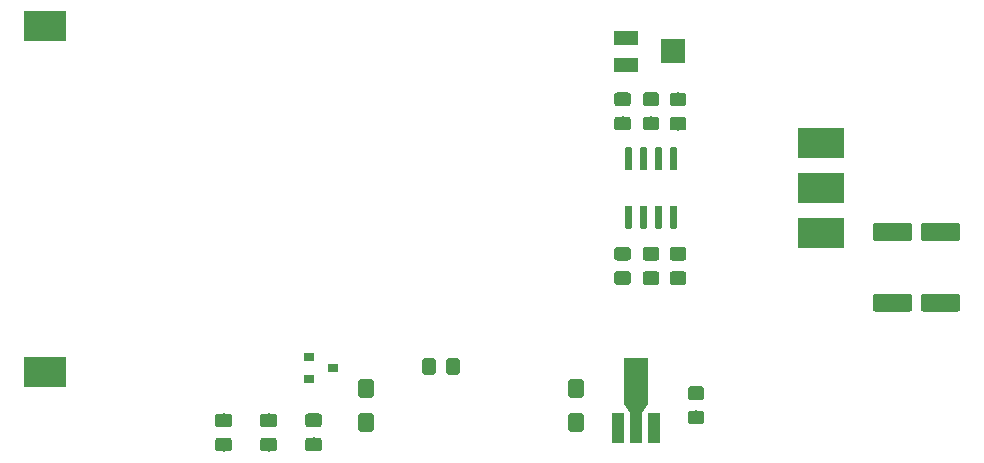
<source format=gbr>
G04 #@! TF.GenerationSoftware,KiCad,Pcbnew,(5.1.2-1)-1*
G04 #@! TF.CreationDate,2020-01-25T18:20:51+01:00*
G04 #@! TF.ProjectId,CCLoad,43434c6f-6164-42e6-9b69-6361645f7063,rev?*
G04 #@! TF.SameCoordinates,Original*
G04 #@! TF.FileFunction,Paste,Bot*
G04 #@! TF.FilePolarity,Positive*
%FSLAX46Y46*%
G04 Gerber Fmt 4.6, Leading zero omitted, Abs format (unit mm)*
G04 Created by KiCad (PCBNEW (5.1.2-1)-1) date 2020-01-25 18:20:51*
%MOMM*%
%LPD*%
G04 APERTURE LIST*
%ADD10C,0.100000*%
%ADD11C,1.525000*%
%ADD12R,4.000000X2.540000*%
%ADD13C,1.350000*%
%ADD14R,3.600000X2.600000*%
%ADD15C,0.600000*%
%ADD16R,0.900000X0.800000*%
%ADD17C,0.750000*%
%ADD18R,2.000000X4.000000*%
%ADD19R,1.000000X2.500000*%
%ADD20R,2.000000X1.300000*%
%ADD21R,2.000000X2.000000*%
%ADD22C,1.150000*%
G04 APERTURE END LIST*
D10*
G36*
X194235505Y-104582204D02*
G01*
X194259773Y-104585804D01*
X194283572Y-104591765D01*
X194306671Y-104600030D01*
X194328850Y-104610520D01*
X194349893Y-104623132D01*
X194369599Y-104637747D01*
X194387777Y-104654223D01*
X194404253Y-104672401D01*
X194418868Y-104692107D01*
X194431480Y-104713150D01*
X194441970Y-104735329D01*
X194450235Y-104758428D01*
X194456196Y-104782227D01*
X194459796Y-104806495D01*
X194461000Y-104830999D01*
X194461000Y-105856001D01*
X194459796Y-105880505D01*
X194456196Y-105904773D01*
X194450235Y-105928572D01*
X194441970Y-105951671D01*
X194431480Y-105973850D01*
X194418868Y-105994893D01*
X194404253Y-106014599D01*
X194387777Y-106032777D01*
X194369599Y-106049253D01*
X194349893Y-106063868D01*
X194328850Y-106076480D01*
X194306671Y-106086970D01*
X194283572Y-106095235D01*
X194259773Y-106101196D01*
X194235505Y-106104796D01*
X194211001Y-106106000D01*
X191360999Y-106106000D01*
X191336495Y-106104796D01*
X191312227Y-106101196D01*
X191288428Y-106095235D01*
X191265329Y-106086970D01*
X191243150Y-106076480D01*
X191222107Y-106063868D01*
X191202401Y-106049253D01*
X191184223Y-106032777D01*
X191167747Y-106014599D01*
X191153132Y-105994893D01*
X191140520Y-105973850D01*
X191130030Y-105951671D01*
X191121765Y-105928572D01*
X191115804Y-105904773D01*
X191112204Y-105880505D01*
X191111000Y-105856001D01*
X191111000Y-104830999D01*
X191112204Y-104806495D01*
X191115804Y-104782227D01*
X191121765Y-104758428D01*
X191130030Y-104735329D01*
X191140520Y-104713150D01*
X191153132Y-104692107D01*
X191167747Y-104672401D01*
X191184223Y-104654223D01*
X191202401Y-104637747D01*
X191222107Y-104623132D01*
X191243150Y-104610520D01*
X191265329Y-104600030D01*
X191288428Y-104591765D01*
X191312227Y-104585804D01*
X191336495Y-104582204D01*
X191360999Y-104581000D01*
X194211001Y-104581000D01*
X194235505Y-104582204D01*
X194235505Y-104582204D01*
G37*
D11*
X192786000Y-105343500D03*
D10*
G36*
X194235505Y-110557204D02*
G01*
X194259773Y-110560804D01*
X194283572Y-110566765D01*
X194306671Y-110575030D01*
X194328850Y-110585520D01*
X194349893Y-110598132D01*
X194369599Y-110612747D01*
X194387777Y-110629223D01*
X194404253Y-110647401D01*
X194418868Y-110667107D01*
X194431480Y-110688150D01*
X194441970Y-110710329D01*
X194450235Y-110733428D01*
X194456196Y-110757227D01*
X194459796Y-110781495D01*
X194461000Y-110805999D01*
X194461000Y-111831001D01*
X194459796Y-111855505D01*
X194456196Y-111879773D01*
X194450235Y-111903572D01*
X194441970Y-111926671D01*
X194431480Y-111948850D01*
X194418868Y-111969893D01*
X194404253Y-111989599D01*
X194387777Y-112007777D01*
X194369599Y-112024253D01*
X194349893Y-112038868D01*
X194328850Y-112051480D01*
X194306671Y-112061970D01*
X194283572Y-112070235D01*
X194259773Y-112076196D01*
X194235505Y-112079796D01*
X194211001Y-112081000D01*
X191360999Y-112081000D01*
X191336495Y-112079796D01*
X191312227Y-112076196D01*
X191288428Y-112070235D01*
X191265329Y-112061970D01*
X191243150Y-112051480D01*
X191222107Y-112038868D01*
X191202401Y-112024253D01*
X191184223Y-112007777D01*
X191167747Y-111989599D01*
X191153132Y-111969893D01*
X191140520Y-111948850D01*
X191130030Y-111926671D01*
X191121765Y-111903572D01*
X191115804Y-111879773D01*
X191112204Y-111855505D01*
X191111000Y-111831001D01*
X191111000Y-110805999D01*
X191112204Y-110781495D01*
X191115804Y-110757227D01*
X191121765Y-110733428D01*
X191130030Y-110710329D01*
X191140520Y-110688150D01*
X191153132Y-110667107D01*
X191167747Y-110647401D01*
X191184223Y-110629223D01*
X191202401Y-110612747D01*
X191222107Y-110598132D01*
X191243150Y-110585520D01*
X191265329Y-110575030D01*
X191288428Y-110566765D01*
X191312227Y-110560804D01*
X191336495Y-110557204D01*
X191360999Y-110556000D01*
X194211001Y-110556000D01*
X194235505Y-110557204D01*
X194235505Y-110557204D01*
G37*
D11*
X192786000Y-111318500D03*
D12*
X182640000Y-97830000D03*
X182640000Y-105450000D03*
X182640000Y-101640000D03*
D10*
G36*
X144594505Y-117791204D02*
G01*
X144618773Y-117794804D01*
X144642572Y-117800765D01*
X144665671Y-117809030D01*
X144687850Y-117819520D01*
X144708893Y-117832132D01*
X144728599Y-117846747D01*
X144746777Y-117863223D01*
X144763253Y-117881401D01*
X144777868Y-117901107D01*
X144790480Y-117922150D01*
X144800970Y-117944329D01*
X144809235Y-117967428D01*
X144815196Y-117991227D01*
X144818796Y-118015495D01*
X144820000Y-118039999D01*
X144820000Y-119115001D01*
X144818796Y-119139505D01*
X144815196Y-119163773D01*
X144809235Y-119187572D01*
X144800970Y-119210671D01*
X144790480Y-119232850D01*
X144777868Y-119253893D01*
X144763253Y-119273599D01*
X144746777Y-119291777D01*
X144728599Y-119308253D01*
X144708893Y-119322868D01*
X144687850Y-119335480D01*
X144665671Y-119345970D01*
X144642572Y-119354235D01*
X144618773Y-119360196D01*
X144594505Y-119363796D01*
X144570001Y-119365000D01*
X143719999Y-119365000D01*
X143695495Y-119363796D01*
X143671227Y-119360196D01*
X143647428Y-119354235D01*
X143624329Y-119345970D01*
X143602150Y-119335480D01*
X143581107Y-119322868D01*
X143561401Y-119308253D01*
X143543223Y-119291777D01*
X143526747Y-119273599D01*
X143512132Y-119253893D01*
X143499520Y-119232850D01*
X143489030Y-119210671D01*
X143480765Y-119187572D01*
X143474804Y-119163773D01*
X143471204Y-119139505D01*
X143470000Y-119115001D01*
X143470000Y-118039999D01*
X143471204Y-118015495D01*
X143474804Y-117991227D01*
X143480765Y-117967428D01*
X143489030Y-117944329D01*
X143499520Y-117922150D01*
X143512132Y-117901107D01*
X143526747Y-117881401D01*
X143543223Y-117863223D01*
X143561401Y-117846747D01*
X143581107Y-117832132D01*
X143602150Y-117819520D01*
X143624329Y-117809030D01*
X143647428Y-117800765D01*
X143671227Y-117794804D01*
X143695495Y-117791204D01*
X143719999Y-117790000D01*
X144570001Y-117790000D01*
X144594505Y-117791204D01*
X144594505Y-117791204D01*
G37*
D13*
X144145000Y-118577500D03*
D10*
G36*
X144594505Y-120666204D02*
G01*
X144618773Y-120669804D01*
X144642572Y-120675765D01*
X144665671Y-120684030D01*
X144687850Y-120694520D01*
X144708893Y-120707132D01*
X144728599Y-120721747D01*
X144746777Y-120738223D01*
X144763253Y-120756401D01*
X144777868Y-120776107D01*
X144790480Y-120797150D01*
X144800970Y-120819329D01*
X144809235Y-120842428D01*
X144815196Y-120866227D01*
X144818796Y-120890495D01*
X144820000Y-120914999D01*
X144820000Y-121990001D01*
X144818796Y-122014505D01*
X144815196Y-122038773D01*
X144809235Y-122062572D01*
X144800970Y-122085671D01*
X144790480Y-122107850D01*
X144777868Y-122128893D01*
X144763253Y-122148599D01*
X144746777Y-122166777D01*
X144728599Y-122183253D01*
X144708893Y-122197868D01*
X144687850Y-122210480D01*
X144665671Y-122220970D01*
X144642572Y-122229235D01*
X144618773Y-122235196D01*
X144594505Y-122238796D01*
X144570001Y-122240000D01*
X143719999Y-122240000D01*
X143695495Y-122238796D01*
X143671227Y-122235196D01*
X143647428Y-122229235D01*
X143624329Y-122220970D01*
X143602150Y-122210480D01*
X143581107Y-122197868D01*
X143561401Y-122183253D01*
X143543223Y-122166777D01*
X143526747Y-122148599D01*
X143512132Y-122128893D01*
X143499520Y-122107850D01*
X143489030Y-122085671D01*
X143480765Y-122062572D01*
X143474804Y-122038773D01*
X143471204Y-122014505D01*
X143470000Y-121990001D01*
X143470000Y-120914999D01*
X143471204Y-120890495D01*
X143474804Y-120866227D01*
X143480765Y-120842428D01*
X143489030Y-120819329D01*
X143499520Y-120797150D01*
X143512132Y-120776107D01*
X143526747Y-120756401D01*
X143543223Y-120738223D01*
X143561401Y-120721747D01*
X143581107Y-120707132D01*
X143602150Y-120694520D01*
X143624329Y-120684030D01*
X143647428Y-120675765D01*
X143671227Y-120669804D01*
X143695495Y-120666204D01*
X143719999Y-120665000D01*
X144570001Y-120665000D01*
X144594505Y-120666204D01*
X144594505Y-120666204D01*
G37*
D13*
X144145000Y-121452500D03*
D10*
G36*
X162374505Y-117791204D02*
G01*
X162398773Y-117794804D01*
X162422572Y-117800765D01*
X162445671Y-117809030D01*
X162467850Y-117819520D01*
X162488893Y-117832132D01*
X162508599Y-117846747D01*
X162526777Y-117863223D01*
X162543253Y-117881401D01*
X162557868Y-117901107D01*
X162570480Y-117922150D01*
X162580970Y-117944329D01*
X162589235Y-117967428D01*
X162595196Y-117991227D01*
X162598796Y-118015495D01*
X162600000Y-118039999D01*
X162600000Y-119115001D01*
X162598796Y-119139505D01*
X162595196Y-119163773D01*
X162589235Y-119187572D01*
X162580970Y-119210671D01*
X162570480Y-119232850D01*
X162557868Y-119253893D01*
X162543253Y-119273599D01*
X162526777Y-119291777D01*
X162508599Y-119308253D01*
X162488893Y-119322868D01*
X162467850Y-119335480D01*
X162445671Y-119345970D01*
X162422572Y-119354235D01*
X162398773Y-119360196D01*
X162374505Y-119363796D01*
X162350001Y-119365000D01*
X161499999Y-119365000D01*
X161475495Y-119363796D01*
X161451227Y-119360196D01*
X161427428Y-119354235D01*
X161404329Y-119345970D01*
X161382150Y-119335480D01*
X161361107Y-119322868D01*
X161341401Y-119308253D01*
X161323223Y-119291777D01*
X161306747Y-119273599D01*
X161292132Y-119253893D01*
X161279520Y-119232850D01*
X161269030Y-119210671D01*
X161260765Y-119187572D01*
X161254804Y-119163773D01*
X161251204Y-119139505D01*
X161250000Y-119115001D01*
X161250000Y-118039999D01*
X161251204Y-118015495D01*
X161254804Y-117991227D01*
X161260765Y-117967428D01*
X161269030Y-117944329D01*
X161279520Y-117922150D01*
X161292132Y-117901107D01*
X161306747Y-117881401D01*
X161323223Y-117863223D01*
X161341401Y-117846747D01*
X161361107Y-117832132D01*
X161382150Y-117819520D01*
X161404329Y-117809030D01*
X161427428Y-117800765D01*
X161451227Y-117794804D01*
X161475495Y-117791204D01*
X161499999Y-117790000D01*
X162350001Y-117790000D01*
X162374505Y-117791204D01*
X162374505Y-117791204D01*
G37*
D13*
X161925000Y-118577500D03*
D10*
G36*
X162374505Y-120666204D02*
G01*
X162398773Y-120669804D01*
X162422572Y-120675765D01*
X162445671Y-120684030D01*
X162467850Y-120694520D01*
X162488893Y-120707132D01*
X162508599Y-120721747D01*
X162526777Y-120738223D01*
X162543253Y-120756401D01*
X162557868Y-120776107D01*
X162570480Y-120797150D01*
X162580970Y-120819329D01*
X162589235Y-120842428D01*
X162595196Y-120866227D01*
X162598796Y-120890495D01*
X162600000Y-120914999D01*
X162600000Y-121990001D01*
X162598796Y-122014505D01*
X162595196Y-122038773D01*
X162589235Y-122062572D01*
X162580970Y-122085671D01*
X162570480Y-122107850D01*
X162557868Y-122128893D01*
X162543253Y-122148599D01*
X162526777Y-122166777D01*
X162508599Y-122183253D01*
X162488893Y-122197868D01*
X162467850Y-122210480D01*
X162445671Y-122220970D01*
X162422572Y-122229235D01*
X162398773Y-122235196D01*
X162374505Y-122238796D01*
X162350001Y-122240000D01*
X161499999Y-122240000D01*
X161475495Y-122238796D01*
X161451227Y-122235196D01*
X161427428Y-122229235D01*
X161404329Y-122220970D01*
X161382150Y-122210480D01*
X161361107Y-122197868D01*
X161341401Y-122183253D01*
X161323223Y-122166777D01*
X161306747Y-122148599D01*
X161292132Y-122128893D01*
X161279520Y-122107850D01*
X161269030Y-122085671D01*
X161260765Y-122062572D01*
X161254804Y-122038773D01*
X161251204Y-122014505D01*
X161250000Y-121990001D01*
X161250000Y-120914999D01*
X161251204Y-120890495D01*
X161254804Y-120866227D01*
X161260765Y-120842428D01*
X161269030Y-120819329D01*
X161279520Y-120797150D01*
X161292132Y-120776107D01*
X161306747Y-120756401D01*
X161323223Y-120738223D01*
X161341401Y-120721747D01*
X161361107Y-120707132D01*
X161382150Y-120694520D01*
X161404329Y-120684030D01*
X161427428Y-120675765D01*
X161451227Y-120669804D01*
X161475495Y-120666204D01*
X161499999Y-120665000D01*
X162350001Y-120665000D01*
X162374505Y-120666204D01*
X162374505Y-120666204D01*
G37*
D13*
X161925000Y-121452500D03*
D14*
X116940000Y-117190000D03*
X116940000Y-87890000D03*
D10*
G36*
X170344703Y-98150722D02*
G01*
X170359264Y-98152882D01*
X170373543Y-98156459D01*
X170387403Y-98161418D01*
X170400710Y-98167712D01*
X170413336Y-98175280D01*
X170425159Y-98184048D01*
X170436066Y-98193934D01*
X170445952Y-98204841D01*
X170454720Y-98216664D01*
X170462288Y-98229290D01*
X170468582Y-98242597D01*
X170473541Y-98256457D01*
X170477118Y-98270736D01*
X170479278Y-98285297D01*
X170480000Y-98300000D01*
X170480000Y-99950000D01*
X170479278Y-99964703D01*
X170477118Y-99979264D01*
X170473541Y-99993543D01*
X170468582Y-100007403D01*
X170462288Y-100020710D01*
X170454720Y-100033336D01*
X170445952Y-100045159D01*
X170436066Y-100056066D01*
X170425159Y-100065952D01*
X170413336Y-100074720D01*
X170400710Y-100082288D01*
X170387403Y-100088582D01*
X170373543Y-100093541D01*
X170359264Y-100097118D01*
X170344703Y-100099278D01*
X170330000Y-100100000D01*
X170030000Y-100100000D01*
X170015297Y-100099278D01*
X170000736Y-100097118D01*
X169986457Y-100093541D01*
X169972597Y-100088582D01*
X169959290Y-100082288D01*
X169946664Y-100074720D01*
X169934841Y-100065952D01*
X169923934Y-100056066D01*
X169914048Y-100045159D01*
X169905280Y-100033336D01*
X169897712Y-100020710D01*
X169891418Y-100007403D01*
X169886459Y-99993543D01*
X169882882Y-99979264D01*
X169880722Y-99964703D01*
X169880000Y-99950000D01*
X169880000Y-98300000D01*
X169880722Y-98285297D01*
X169882882Y-98270736D01*
X169886459Y-98256457D01*
X169891418Y-98242597D01*
X169897712Y-98229290D01*
X169905280Y-98216664D01*
X169914048Y-98204841D01*
X169923934Y-98193934D01*
X169934841Y-98184048D01*
X169946664Y-98175280D01*
X169959290Y-98167712D01*
X169972597Y-98161418D01*
X169986457Y-98156459D01*
X170000736Y-98152882D01*
X170015297Y-98150722D01*
X170030000Y-98150000D01*
X170330000Y-98150000D01*
X170344703Y-98150722D01*
X170344703Y-98150722D01*
G37*
D15*
X170180000Y-99125000D03*
D10*
G36*
X169074703Y-98150722D02*
G01*
X169089264Y-98152882D01*
X169103543Y-98156459D01*
X169117403Y-98161418D01*
X169130710Y-98167712D01*
X169143336Y-98175280D01*
X169155159Y-98184048D01*
X169166066Y-98193934D01*
X169175952Y-98204841D01*
X169184720Y-98216664D01*
X169192288Y-98229290D01*
X169198582Y-98242597D01*
X169203541Y-98256457D01*
X169207118Y-98270736D01*
X169209278Y-98285297D01*
X169210000Y-98300000D01*
X169210000Y-99950000D01*
X169209278Y-99964703D01*
X169207118Y-99979264D01*
X169203541Y-99993543D01*
X169198582Y-100007403D01*
X169192288Y-100020710D01*
X169184720Y-100033336D01*
X169175952Y-100045159D01*
X169166066Y-100056066D01*
X169155159Y-100065952D01*
X169143336Y-100074720D01*
X169130710Y-100082288D01*
X169117403Y-100088582D01*
X169103543Y-100093541D01*
X169089264Y-100097118D01*
X169074703Y-100099278D01*
X169060000Y-100100000D01*
X168760000Y-100100000D01*
X168745297Y-100099278D01*
X168730736Y-100097118D01*
X168716457Y-100093541D01*
X168702597Y-100088582D01*
X168689290Y-100082288D01*
X168676664Y-100074720D01*
X168664841Y-100065952D01*
X168653934Y-100056066D01*
X168644048Y-100045159D01*
X168635280Y-100033336D01*
X168627712Y-100020710D01*
X168621418Y-100007403D01*
X168616459Y-99993543D01*
X168612882Y-99979264D01*
X168610722Y-99964703D01*
X168610000Y-99950000D01*
X168610000Y-98300000D01*
X168610722Y-98285297D01*
X168612882Y-98270736D01*
X168616459Y-98256457D01*
X168621418Y-98242597D01*
X168627712Y-98229290D01*
X168635280Y-98216664D01*
X168644048Y-98204841D01*
X168653934Y-98193934D01*
X168664841Y-98184048D01*
X168676664Y-98175280D01*
X168689290Y-98167712D01*
X168702597Y-98161418D01*
X168716457Y-98156459D01*
X168730736Y-98152882D01*
X168745297Y-98150722D01*
X168760000Y-98150000D01*
X169060000Y-98150000D01*
X169074703Y-98150722D01*
X169074703Y-98150722D01*
G37*
D15*
X168910000Y-99125000D03*
D10*
G36*
X167804703Y-98150722D02*
G01*
X167819264Y-98152882D01*
X167833543Y-98156459D01*
X167847403Y-98161418D01*
X167860710Y-98167712D01*
X167873336Y-98175280D01*
X167885159Y-98184048D01*
X167896066Y-98193934D01*
X167905952Y-98204841D01*
X167914720Y-98216664D01*
X167922288Y-98229290D01*
X167928582Y-98242597D01*
X167933541Y-98256457D01*
X167937118Y-98270736D01*
X167939278Y-98285297D01*
X167940000Y-98300000D01*
X167940000Y-99950000D01*
X167939278Y-99964703D01*
X167937118Y-99979264D01*
X167933541Y-99993543D01*
X167928582Y-100007403D01*
X167922288Y-100020710D01*
X167914720Y-100033336D01*
X167905952Y-100045159D01*
X167896066Y-100056066D01*
X167885159Y-100065952D01*
X167873336Y-100074720D01*
X167860710Y-100082288D01*
X167847403Y-100088582D01*
X167833543Y-100093541D01*
X167819264Y-100097118D01*
X167804703Y-100099278D01*
X167790000Y-100100000D01*
X167490000Y-100100000D01*
X167475297Y-100099278D01*
X167460736Y-100097118D01*
X167446457Y-100093541D01*
X167432597Y-100088582D01*
X167419290Y-100082288D01*
X167406664Y-100074720D01*
X167394841Y-100065952D01*
X167383934Y-100056066D01*
X167374048Y-100045159D01*
X167365280Y-100033336D01*
X167357712Y-100020710D01*
X167351418Y-100007403D01*
X167346459Y-99993543D01*
X167342882Y-99979264D01*
X167340722Y-99964703D01*
X167340000Y-99950000D01*
X167340000Y-98300000D01*
X167340722Y-98285297D01*
X167342882Y-98270736D01*
X167346459Y-98256457D01*
X167351418Y-98242597D01*
X167357712Y-98229290D01*
X167365280Y-98216664D01*
X167374048Y-98204841D01*
X167383934Y-98193934D01*
X167394841Y-98184048D01*
X167406664Y-98175280D01*
X167419290Y-98167712D01*
X167432597Y-98161418D01*
X167446457Y-98156459D01*
X167460736Y-98152882D01*
X167475297Y-98150722D01*
X167490000Y-98150000D01*
X167790000Y-98150000D01*
X167804703Y-98150722D01*
X167804703Y-98150722D01*
G37*
D15*
X167640000Y-99125000D03*
D10*
G36*
X166534703Y-98150722D02*
G01*
X166549264Y-98152882D01*
X166563543Y-98156459D01*
X166577403Y-98161418D01*
X166590710Y-98167712D01*
X166603336Y-98175280D01*
X166615159Y-98184048D01*
X166626066Y-98193934D01*
X166635952Y-98204841D01*
X166644720Y-98216664D01*
X166652288Y-98229290D01*
X166658582Y-98242597D01*
X166663541Y-98256457D01*
X166667118Y-98270736D01*
X166669278Y-98285297D01*
X166670000Y-98300000D01*
X166670000Y-99950000D01*
X166669278Y-99964703D01*
X166667118Y-99979264D01*
X166663541Y-99993543D01*
X166658582Y-100007403D01*
X166652288Y-100020710D01*
X166644720Y-100033336D01*
X166635952Y-100045159D01*
X166626066Y-100056066D01*
X166615159Y-100065952D01*
X166603336Y-100074720D01*
X166590710Y-100082288D01*
X166577403Y-100088582D01*
X166563543Y-100093541D01*
X166549264Y-100097118D01*
X166534703Y-100099278D01*
X166520000Y-100100000D01*
X166220000Y-100100000D01*
X166205297Y-100099278D01*
X166190736Y-100097118D01*
X166176457Y-100093541D01*
X166162597Y-100088582D01*
X166149290Y-100082288D01*
X166136664Y-100074720D01*
X166124841Y-100065952D01*
X166113934Y-100056066D01*
X166104048Y-100045159D01*
X166095280Y-100033336D01*
X166087712Y-100020710D01*
X166081418Y-100007403D01*
X166076459Y-99993543D01*
X166072882Y-99979264D01*
X166070722Y-99964703D01*
X166070000Y-99950000D01*
X166070000Y-98300000D01*
X166070722Y-98285297D01*
X166072882Y-98270736D01*
X166076459Y-98256457D01*
X166081418Y-98242597D01*
X166087712Y-98229290D01*
X166095280Y-98216664D01*
X166104048Y-98204841D01*
X166113934Y-98193934D01*
X166124841Y-98184048D01*
X166136664Y-98175280D01*
X166149290Y-98167712D01*
X166162597Y-98161418D01*
X166176457Y-98156459D01*
X166190736Y-98152882D01*
X166205297Y-98150722D01*
X166220000Y-98150000D01*
X166520000Y-98150000D01*
X166534703Y-98150722D01*
X166534703Y-98150722D01*
G37*
D15*
X166370000Y-99125000D03*
D10*
G36*
X166534703Y-103100722D02*
G01*
X166549264Y-103102882D01*
X166563543Y-103106459D01*
X166577403Y-103111418D01*
X166590710Y-103117712D01*
X166603336Y-103125280D01*
X166615159Y-103134048D01*
X166626066Y-103143934D01*
X166635952Y-103154841D01*
X166644720Y-103166664D01*
X166652288Y-103179290D01*
X166658582Y-103192597D01*
X166663541Y-103206457D01*
X166667118Y-103220736D01*
X166669278Y-103235297D01*
X166670000Y-103250000D01*
X166670000Y-104900000D01*
X166669278Y-104914703D01*
X166667118Y-104929264D01*
X166663541Y-104943543D01*
X166658582Y-104957403D01*
X166652288Y-104970710D01*
X166644720Y-104983336D01*
X166635952Y-104995159D01*
X166626066Y-105006066D01*
X166615159Y-105015952D01*
X166603336Y-105024720D01*
X166590710Y-105032288D01*
X166577403Y-105038582D01*
X166563543Y-105043541D01*
X166549264Y-105047118D01*
X166534703Y-105049278D01*
X166520000Y-105050000D01*
X166220000Y-105050000D01*
X166205297Y-105049278D01*
X166190736Y-105047118D01*
X166176457Y-105043541D01*
X166162597Y-105038582D01*
X166149290Y-105032288D01*
X166136664Y-105024720D01*
X166124841Y-105015952D01*
X166113934Y-105006066D01*
X166104048Y-104995159D01*
X166095280Y-104983336D01*
X166087712Y-104970710D01*
X166081418Y-104957403D01*
X166076459Y-104943543D01*
X166072882Y-104929264D01*
X166070722Y-104914703D01*
X166070000Y-104900000D01*
X166070000Y-103250000D01*
X166070722Y-103235297D01*
X166072882Y-103220736D01*
X166076459Y-103206457D01*
X166081418Y-103192597D01*
X166087712Y-103179290D01*
X166095280Y-103166664D01*
X166104048Y-103154841D01*
X166113934Y-103143934D01*
X166124841Y-103134048D01*
X166136664Y-103125280D01*
X166149290Y-103117712D01*
X166162597Y-103111418D01*
X166176457Y-103106459D01*
X166190736Y-103102882D01*
X166205297Y-103100722D01*
X166220000Y-103100000D01*
X166520000Y-103100000D01*
X166534703Y-103100722D01*
X166534703Y-103100722D01*
G37*
D15*
X166370000Y-104075000D03*
D10*
G36*
X167804703Y-103100722D02*
G01*
X167819264Y-103102882D01*
X167833543Y-103106459D01*
X167847403Y-103111418D01*
X167860710Y-103117712D01*
X167873336Y-103125280D01*
X167885159Y-103134048D01*
X167896066Y-103143934D01*
X167905952Y-103154841D01*
X167914720Y-103166664D01*
X167922288Y-103179290D01*
X167928582Y-103192597D01*
X167933541Y-103206457D01*
X167937118Y-103220736D01*
X167939278Y-103235297D01*
X167940000Y-103250000D01*
X167940000Y-104900000D01*
X167939278Y-104914703D01*
X167937118Y-104929264D01*
X167933541Y-104943543D01*
X167928582Y-104957403D01*
X167922288Y-104970710D01*
X167914720Y-104983336D01*
X167905952Y-104995159D01*
X167896066Y-105006066D01*
X167885159Y-105015952D01*
X167873336Y-105024720D01*
X167860710Y-105032288D01*
X167847403Y-105038582D01*
X167833543Y-105043541D01*
X167819264Y-105047118D01*
X167804703Y-105049278D01*
X167790000Y-105050000D01*
X167490000Y-105050000D01*
X167475297Y-105049278D01*
X167460736Y-105047118D01*
X167446457Y-105043541D01*
X167432597Y-105038582D01*
X167419290Y-105032288D01*
X167406664Y-105024720D01*
X167394841Y-105015952D01*
X167383934Y-105006066D01*
X167374048Y-104995159D01*
X167365280Y-104983336D01*
X167357712Y-104970710D01*
X167351418Y-104957403D01*
X167346459Y-104943543D01*
X167342882Y-104929264D01*
X167340722Y-104914703D01*
X167340000Y-104900000D01*
X167340000Y-103250000D01*
X167340722Y-103235297D01*
X167342882Y-103220736D01*
X167346459Y-103206457D01*
X167351418Y-103192597D01*
X167357712Y-103179290D01*
X167365280Y-103166664D01*
X167374048Y-103154841D01*
X167383934Y-103143934D01*
X167394841Y-103134048D01*
X167406664Y-103125280D01*
X167419290Y-103117712D01*
X167432597Y-103111418D01*
X167446457Y-103106459D01*
X167460736Y-103102882D01*
X167475297Y-103100722D01*
X167490000Y-103100000D01*
X167790000Y-103100000D01*
X167804703Y-103100722D01*
X167804703Y-103100722D01*
G37*
D15*
X167640000Y-104075000D03*
D10*
G36*
X169074703Y-103100722D02*
G01*
X169089264Y-103102882D01*
X169103543Y-103106459D01*
X169117403Y-103111418D01*
X169130710Y-103117712D01*
X169143336Y-103125280D01*
X169155159Y-103134048D01*
X169166066Y-103143934D01*
X169175952Y-103154841D01*
X169184720Y-103166664D01*
X169192288Y-103179290D01*
X169198582Y-103192597D01*
X169203541Y-103206457D01*
X169207118Y-103220736D01*
X169209278Y-103235297D01*
X169210000Y-103250000D01*
X169210000Y-104900000D01*
X169209278Y-104914703D01*
X169207118Y-104929264D01*
X169203541Y-104943543D01*
X169198582Y-104957403D01*
X169192288Y-104970710D01*
X169184720Y-104983336D01*
X169175952Y-104995159D01*
X169166066Y-105006066D01*
X169155159Y-105015952D01*
X169143336Y-105024720D01*
X169130710Y-105032288D01*
X169117403Y-105038582D01*
X169103543Y-105043541D01*
X169089264Y-105047118D01*
X169074703Y-105049278D01*
X169060000Y-105050000D01*
X168760000Y-105050000D01*
X168745297Y-105049278D01*
X168730736Y-105047118D01*
X168716457Y-105043541D01*
X168702597Y-105038582D01*
X168689290Y-105032288D01*
X168676664Y-105024720D01*
X168664841Y-105015952D01*
X168653934Y-105006066D01*
X168644048Y-104995159D01*
X168635280Y-104983336D01*
X168627712Y-104970710D01*
X168621418Y-104957403D01*
X168616459Y-104943543D01*
X168612882Y-104929264D01*
X168610722Y-104914703D01*
X168610000Y-104900000D01*
X168610000Y-103250000D01*
X168610722Y-103235297D01*
X168612882Y-103220736D01*
X168616459Y-103206457D01*
X168621418Y-103192597D01*
X168627712Y-103179290D01*
X168635280Y-103166664D01*
X168644048Y-103154841D01*
X168653934Y-103143934D01*
X168664841Y-103134048D01*
X168676664Y-103125280D01*
X168689290Y-103117712D01*
X168702597Y-103111418D01*
X168716457Y-103106459D01*
X168730736Y-103102882D01*
X168745297Y-103100722D01*
X168760000Y-103100000D01*
X169060000Y-103100000D01*
X169074703Y-103100722D01*
X169074703Y-103100722D01*
G37*
D15*
X168910000Y-104075000D03*
D10*
G36*
X170344703Y-103100722D02*
G01*
X170359264Y-103102882D01*
X170373543Y-103106459D01*
X170387403Y-103111418D01*
X170400710Y-103117712D01*
X170413336Y-103125280D01*
X170425159Y-103134048D01*
X170436066Y-103143934D01*
X170445952Y-103154841D01*
X170454720Y-103166664D01*
X170462288Y-103179290D01*
X170468582Y-103192597D01*
X170473541Y-103206457D01*
X170477118Y-103220736D01*
X170479278Y-103235297D01*
X170480000Y-103250000D01*
X170480000Y-104900000D01*
X170479278Y-104914703D01*
X170477118Y-104929264D01*
X170473541Y-104943543D01*
X170468582Y-104957403D01*
X170462288Y-104970710D01*
X170454720Y-104983336D01*
X170445952Y-104995159D01*
X170436066Y-105006066D01*
X170425159Y-105015952D01*
X170413336Y-105024720D01*
X170400710Y-105032288D01*
X170387403Y-105038582D01*
X170373543Y-105043541D01*
X170359264Y-105047118D01*
X170344703Y-105049278D01*
X170330000Y-105050000D01*
X170030000Y-105050000D01*
X170015297Y-105049278D01*
X170000736Y-105047118D01*
X169986457Y-105043541D01*
X169972597Y-105038582D01*
X169959290Y-105032288D01*
X169946664Y-105024720D01*
X169934841Y-105015952D01*
X169923934Y-105006066D01*
X169914048Y-104995159D01*
X169905280Y-104983336D01*
X169897712Y-104970710D01*
X169891418Y-104957403D01*
X169886459Y-104943543D01*
X169882882Y-104929264D01*
X169880722Y-104914703D01*
X169880000Y-104900000D01*
X169880000Y-103250000D01*
X169880722Y-103235297D01*
X169882882Y-103220736D01*
X169886459Y-103206457D01*
X169891418Y-103192597D01*
X169897712Y-103179290D01*
X169905280Y-103166664D01*
X169914048Y-103154841D01*
X169923934Y-103143934D01*
X169934841Y-103134048D01*
X169946664Y-103125280D01*
X169959290Y-103117712D01*
X169972597Y-103111418D01*
X169986457Y-103106459D01*
X170000736Y-103102882D01*
X170015297Y-103100722D01*
X170030000Y-103100000D01*
X170330000Y-103100000D01*
X170344703Y-103100722D01*
X170344703Y-103100722D01*
G37*
D15*
X170180000Y-104075000D03*
D16*
X141335000Y-116840000D03*
X139335000Y-115890000D03*
X139335000Y-117790000D03*
D17*
X167005000Y-120310000D03*
D10*
G36*
X166505000Y-120685000D02*
G01*
X166005000Y-119935000D01*
X168005000Y-119935000D01*
X167505000Y-120685000D01*
X166505000Y-120685000D01*
X166505000Y-120685000D01*
G37*
D18*
X167005000Y-117960000D03*
D19*
X165505000Y-121920000D03*
X167005000Y-121920000D03*
X168505000Y-121920000D03*
D20*
X166148000Y-88893000D03*
D21*
X170148000Y-90043000D03*
D20*
X166148000Y-91193000D03*
D10*
G36*
X168749505Y-93524204D02*
G01*
X168773773Y-93527804D01*
X168797572Y-93533765D01*
X168820671Y-93542030D01*
X168842850Y-93552520D01*
X168863893Y-93565132D01*
X168883599Y-93579747D01*
X168901777Y-93596223D01*
X168918253Y-93614401D01*
X168932868Y-93634107D01*
X168945480Y-93655150D01*
X168955970Y-93677329D01*
X168964235Y-93700428D01*
X168970196Y-93724227D01*
X168973796Y-93748495D01*
X168975000Y-93772999D01*
X168975000Y-94423001D01*
X168973796Y-94447505D01*
X168970196Y-94471773D01*
X168964235Y-94495572D01*
X168955970Y-94518671D01*
X168945480Y-94540850D01*
X168932868Y-94561893D01*
X168918253Y-94581599D01*
X168901777Y-94599777D01*
X168883599Y-94616253D01*
X168863893Y-94630868D01*
X168842850Y-94643480D01*
X168820671Y-94653970D01*
X168797572Y-94662235D01*
X168773773Y-94668196D01*
X168749505Y-94671796D01*
X168725001Y-94673000D01*
X167824999Y-94673000D01*
X167800495Y-94671796D01*
X167776227Y-94668196D01*
X167752428Y-94662235D01*
X167729329Y-94653970D01*
X167707150Y-94643480D01*
X167686107Y-94630868D01*
X167666401Y-94616253D01*
X167648223Y-94599777D01*
X167631747Y-94581599D01*
X167617132Y-94561893D01*
X167604520Y-94540850D01*
X167594030Y-94518671D01*
X167585765Y-94495572D01*
X167579804Y-94471773D01*
X167576204Y-94447505D01*
X167575000Y-94423001D01*
X167575000Y-93772999D01*
X167576204Y-93748495D01*
X167579804Y-93724227D01*
X167585765Y-93700428D01*
X167594030Y-93677329D01*
X167604520Y-93655150D01*
X167617132Y-93634107D01*
X167631747Y-93614401D01*
X167648223Y-93596223D01*
X167666401Y-93579747D01*
X167686107Y-93565132D01*
X167707150Y-93552520D01*
X167729329Y-93542030D01*
X167752428Y-93533765D01*
X167776227Y-93527804D01*
X167800495Y-93524204D01*
X167824999Y-93523000D01*
X168725001Y-93523000D01*
X168749505Y-93524204D01*
X168749505Y-93524204D01*
G37*
D22*
X168275000Y-94098000D03*
D10*
G36*
X168749505Y-95574204D02*
G01*
X168773773Y-95577804D01*
X168797572Y-95583765D01*
X168820671Y-95592030D01*
X168842850Y-95602520D01*
X168863893Y-95615132D01*
X168883599Y-95629747D01*
X168901777Y-95646223D01*
X168918253Y-95664401D01*
X168932868Y-95684107D01*
X168945480Y-95705150D01*
X168955970Y-95727329D01*
X168964235Y-95750428D01*
X168970196Y-95774227D01*
X168973796Y-95798495D01*
X168975000Y-95822999D01*
X168975000Y-96473001D01*
X168973796Y-96497505D01*
X168970196Y-96521773D01*
X168964235Y-96545572D01*
X168955970Y-96568671D01*
X168945480Y-96590850D01*
X168932868Y-96611893D01*
X168918253Y-96631599D01*
X168901777Y-96649777D01*
X168883599Y-96666253D01*
X168863893Y-96680868D01*
X168842850Y-96693480D01*
X168820671Y-96703970D01*
X168797572Y-96712235D01*
X168773773Y-96718196D01*
X168749505Y-96721796D01*
X168725001Y-96723000D01*
X167824999Y-96723000D01*
X167800495Y-96721796D01*
X167776227Y-96718196D01*
X167752428Y-96712235D01*
X167729329Y-96703970D01*
X167707150Y-96693480D01*
X167686107Y-96680868D01*
X167666401Y-96666253D01*
X167648223Y-96649777D01*
X167631747Y-96631599D01*
X167617132Y-96611893D01*
X167604520Y-96590850D01*
X167594030Y-96568671D01*
X167585765Y-96545572D01*
X167579804Y-96521773D01*
X167576204Y-96497505D01*
X167575000Y-96473001D01*
X167575000Y-95822999D01*
X167576204Y-95798495D01*
X167579804Y-95774227D01*
X167585765Y-95750428D01*
X167594030Y-95727329D01*
X167604520Y-95705150D01*
X167617132Y-95684107D01*
X167631747Y-95664401D01*
X167648223Y-95646223D01*
X167666401Y-95629747D01*
X167686107Y-95615132D01*
X167707150Y-95602520D01*
X167729329Y-95592030D01*
X167752428Y-95583765D01*
X167776227Y-95577804D01*
X167800495Y-95574204D01*
X167824999Y-95573000D01*
X168725001Y-95573000D01*
X168749505Y-95574204D01*
X168749505Y-95574204D01*
G37*
D22*
X168275000Y-96148000D03*
D10*
G36*
X166336505Y-95574204D02*
G01*
X166360773Y-95577804D01*
X166384572Y-95583765D01*
X166407671Y-95592030D01*
X166429850Y-95602520D01*
X166450893Y-95615132D01*
X166470599Y-95629747D01*
X166488777Y-95646223D01*
X166505253Y-95664401D01*
X166519868Y-95684107D01*
X166532480Y-95705150D01*
X166542970Y-95727329D01*
X166551235Y-95750428D01*
X166557196Y-95774227D01*
X166560796Y-95798495D01*
X166562000Y-95822999D01*
X166562000Y-96473001D01*
X166560796Y-96497505D01*
X166557196Y-96521773D01*
X166551235Y-96545572D01*
X166542970Y-96568671D01*
X166532480Y-96590850D01*
X166519868Y-96611893D01*
X166505253Y-96631599D01*
X166488777Y-96649777D01*
X166470599Y-96666253D01*
X166450893Y-96680868D01*
X166429850Y-96693480D01*
X166407671Y-96703970D01*
X166384572Y-96712235D01*
X166360773Y-96718196D01*
X166336505Y-96721796D01*
X166312001Y-96723000D01*
X165411999Y-96723000D01*
X165387495Y-96721796D01*
X165363227Y-96718196D01*
X165339428Y-96712235D01*
X165316329Y-96703970D01*
X165294150Y-96693480D01*
X165273107Y-96680868D01*
X165253401Y-96666253D01*
X165235223Y-96649777D01*
X165218747Y-96631599D01*
X165204132Y-96611893D01*
X165191520Y-96590850D01*
X165181030Y-96568671D01*
X165172765Y-96545572D01*
X165166804Y-96521773D01*
X165163204Y-96497505D01*
X165162000Y-96473001D01*
X165162000Y-95822999D01*
X165163204Y-95798495D01*
X165166804Y-95774227D01*
X165172765Y-95750428D01*
X165181030Y-95727329D01*
X165191520Y-95705150D01*
X165204132Y-95684107D01*
X165218747Y-95664401D01*
X165235223Y-95646223D01*
X165253401Y-95629747D01*
X165273107Y-95615132D01*
X165294150Y-95602520D01*
X165316329Y-95592030D01*
X165339428Y-95583765D01*
X165363227Y-95577804D01*
X165387495Y-95574204D01*
X165411999Y-95573000D01*
X166312001Y-95573000D01*
X166336505Y-95574204D01*
X166336505Y-95574204D01*
G37*
D22*
X165862000Y-96148000D03*
D10*
G36*
X166336505Y-93524204D02*
G01*
X166360773Y-93527804D01*
X166384572Y-93533765D01*
X166407671Y-93542030D01*
X166429850Y-93552520D01*
X166450893Y-93565132D01*
X166470599Y-93579747D01*
X166488777Y-93596223D01*
X166505253Y-93614401D01*
X166519868Y-93634107D01*
X166532480Y-93655150D01*
X166542970Y-93677329D01*
X166551235Y-93700428D01*
X166557196Y-93724227D01*
X166560796Y-93748495D01*
X166562000Y-93772999D01*
X166562000Y-94423001D01*
X166560796Y-94447505D01*
X166557196Y-94471773D01*
X166551235Y-94495572D01*
X166542970Y-94518671D01*
X166532480Y-94540850D01*
X166519868Y-94561893D01*
X166505253Y-94581599D01*
X166488777Y-94599777D01*
X166470599Y-94616253D01*
X166450893Y-94630868D01*
X166429850Y-94643480D01*
X166407671Y-94653970D01*
X166384572Y-94662235D01*
X166360773Y-94668196D01*
X166336505Y-94671796D01*
X166312001Y-94673000D01*
X165411999Y-94673000D01*
X165387495Y-94671796D01*
X165363227Y-94668196D01*
X165339428Y-94662235D01*
X165316329Y-94653970D01*
X165294150Y-94643480D01*
X165273107Y-94630868D01*
X165253401Y-94616253D01*
X165235223Y-94599777D01*
X165218747Y-94581599D01*
X165204132Y-94561893D01*
X165191520Y-94540850D01*
X165181030Y-94518671D01*
X165172765Y-94495572D01*
X165166804Y-94471773D01*
X165163204Y-94447505D01*
X165162000Y-94423001D01*
X165162000Y-93772999D01*
X165163204Y-93748495D01*
X165166804Y-93724227D01*
X165172765Y-93700428D01*
X165181030Y-93677329D01*
X165191520Y-93655150D01*
X165204132Y-93634107D01*
X165218747Y-93614401D01*
X165235223Y-93596223D01*
X165253401Y-93579747D01*
X165273107Y-93565132D01*
X165294150Y-93552520D01*
X165316329Y-93542030D01*
X165339428Y-93533765D01*
X165363227Y-93527804D01*
X165387495Y-93524204D01*
X165411999Y-93523000D01*
X166312001Y-93523000D01*
X166336505Y-93524204D01*
X166336505Y-93524204D01*
G37*
D22*
X165862000Y-94098000D03*
D10*
G36*
X151869505Y-116014204D02*
G01*
X151893773Y-116017804D01*
X151917572Y-116023765D01*
X151940671Y-116032030D01*
X151962850Y-116042520D01*
X151983893Y-116055132D01*
X152003599Y-116069747D01*
X152021777Y-116086223D01*
X152038253Y-116104401D01*
X152052868Y-116124107D01*
X152065480Y-116145150D01*
X152075970Y-116167329D01*
X152084235Y-116190428D01*
X152090196Y-116214227D01*
X152093796Y-116238495D01*
X152095000Y-116262999D01*
X152095000Y-117163001D01*
X152093796Y-117187505D01*
X152090196Y-117211773D01*
X152084235Y-117235572D01*
X152075970Y-117258671D01*
X152065480Y-117280850D01*
X152052868Y-117301893D01*
X152038253Y-117321599D01*
X152021777Y-117339777D01*
X152003599Y-117356253D01*
X151983893Y-117370868D01*
X151962850Y-117383480D01*
X151940671Y-117393970D01*
X151917572Y-117402235D01*
X151893773Y-117408196D01*
X151869505Y-117411796D01*
X151845001Y-117413000D01*
X151194999Y-117413000D01*
X151170495Y-117411796D01*
X151146227Y-117408196D01*
X151122428Y-117402235D01*
X151099329Y-117393970D01*
X151077150Y-117383480D01*
X151056107Y-117370868D01*
X151036401Y-117356253D01*
X151018223Y-117339777D01*
X151001747Y-117321599D01*
X150987132Y-117301893D01*
X150974520Y-117280850D01*
X150964030Y-117258671D01*
X150955765Y-117235572D01*
X150949804Y-117211773D01*
X150946204Y-117187505D01*
X150945000Y-117163001D01*
X150945000Y-116262999D01*
X150946204Y-116238495D01*
X150949804Y-116214227D01*
X150955765Y-116190428D01*
X150964030Y-116167329D01*
X150974520Y-116145150D01*
X150987132Y-116124107D01*
X151001747Y-116104401D01*
X151018223Y-116086223D01*
X151036401Y-116069747D01*
X151056107Y-116055132D01*
X151077150Y-116042520D01*
X151099329Y-116032030D01*
X151122428Y-116023765D01*
X151146227Y-116017804D01*
X151170495Y-116014204D01*
X151194999Y-116013000D01*
X151845001Y-116013000D01*
X151869505Y-116014204D01*
X151869505Y-116014204D01*
G37*
D22*
X151520000Y-116713000D03*
D10*
G36*
X149819505Y-116014204D02*
G01*
X149843773Y-116017804D01*
X149867572Y-116023765D01*
X149890671Y-116032030D01*
X149912850Y-116042520D01*
X149933893Y-116055132D01*
X149953599Y-116069747D01*
X149971777Y-116086223D01*
X149988253Y-116104401D01*
X150002868Y-116124107D01*
X150015480Y-116145150D01*
X150025970Y-116167329D01*
X150034235Y-116190428D01*
X150040196Y-116214227D01*
X150043796Y-116238495D01*
X150045000Y-116262999D01*
X150045000Y-117163001D01*
X150043796Y-117187505D01*
X150040196Y-117211773D01*
X150034235Y-117235572D01*
X150025970Y-117258671D01*
X150015480Y-117280850D01*
X150002868Y-117301893D01*
X149988253Y-117321599D01*
X149971777Y-117339777D01*
X149953599Y-117356253D01*
X149933893Y-117370868D01*
X149912850Y-117383480D01*
X149890671Y-117393970D01*
X149867572Y-117402235D01*
X149843773Y-117408196D01*
X149819505Y-117411796D01*
X149795001Y-117413000D01*
X149144999Y-117413000D01*
X149120495Y-117411796D01*
X149096227Y-117408196D01*
X149072428Y-117402235D01*
X149049329Y-117393970D01*
X149027150Y-117383480D01*
X149006107Y-117370868D01*
X148986401Y-117356253D01*
X148968223Y-117339777D01*
X148951747Y-117321599D01*
X148937132Y-117301893D01*
X148924520Y-117280850D01*
X148914030Y-117258671D01*
X148905765Y-117235572D01*
X148899804Y-117211773D01*
X148896204Y-117187505D01*
X148895000Y-117163001D01*
X148895000Y-116262999D01*
X148896204Y-116238495D01*
X148899804Y-116214227D01*
X148905765Y-116190428D01*
X148914030Y-116167329D01*
X148924520Y-116145150D01*
X148937132Y-116124107D01*
X148951747Y-116104401D01*
X148968223Y-116086223D01*
X148986401Y-116069747D01*
X149006107Y-116055132D01*
X149027150Y-116042520D01*
X149049329Y-116032030D01*
X149072428Y-116023765D01*
X149096227Y-116017804D01*
X149120495Y-116014204D01*
X149144999Y-116013000D01*
X149795001Y-116013000D01*
X149819505Y-116014204D01*
X149819505Y-116014204D01*
G37*
D22*
X149470000Y-116713000D03*
D10*
G36*
X190171505Y-104582204D02*
G01*
X190195773Y-104585804D01*
X190219572Y-104591765D01*
X190242671Y-104600030D01*
X190264850Y-104610520D01*
X190285893Y-104623132D01*
X190305599Y-104637747D01*
X190323777Y-104654223D01*
X190340253Y-104672401D01*
X190354868Y-104692107D01*
X190367480Y-104713150D01*
X190377970Y-104735329D01*
X190386235Y-104758428D01*
X190392196Y-104782227D01*
X190395796Y-104806495D01*
X190397000Y-104830999D01*
X190397000Y-105856001D01*
X190395796Y-105880505D01*
X190392196Y-105904773D01*
X190386235Y-105928572D01*
X190377970Y-105951671D01*
X190367480Y-105973850D01*
X190354868Y-105994893D01*
X190340253Y-106014599D01*
X190323777Y-106032777D01*
X190305599Y-106049253D01*
X190285893Y-106063868D01*
X190264850Y-106076480D01*
X190242671Y-106086970D01*
X190219572Y-106095235D01*
X190195773Y-106101196D01*
X190171505Y-106104796D01*
X190147001Y-106106000D01*
X187296999Y-106106000D01*
X187272495Y-106104796D01*
X187248227Y-106101196D01*
X187224428Y-106095235D01*
X187201329Y-106086970D01*
X187179150Y-106076480D01*
X187158107Y-106063868D01*
X187138401Y-106049253D01*
X187120223Y-106032777D01*
X187103747Y-106014599D01*
X187089132Y-105994893D01*
X187076520Y-105973850D01*
X187066030Y-105951671D01*
X187057765Y-105928572D01*
X187051804Y-105904773D01*
X187048204Y-105880505D01*
X187047000Y-105856001D01*
X187047000Y-104830999D01*
X187048204Y-104806495D01*
X187051804Y-104782227D01*
X187057765Y-104758428D01*
X187066030Y-104735329D01*
X187076520Y-104713150D01*
X187089132Y-104692107D01*
X187103747Y-104672401D01*
X187120223Y-104654223D01*
X187138401Y-104637747D01*
X187158107Y-104623132D01*
X187179150Y-104610520D01*
X187201329Y-104600030D01*
X187224428Y-104591765D01*
X187248227Y-104585804D01*
X187272495Y-104582204D01*
X187296999Y-104581000D01*
X190147001Y-104581000D01*
X190171505Y-104582204D01*
X190171505Y-104582204D01*
G37*
D11*
X188722000Y-105343500D03*
D10*
G36*
X190171505Y-110557204D02*
G01*
X190195773Y-110560804D01*
X190219572Y-110566765D01*
X190242671Y-110575030D01*
X190264850Y-110585520D01*
X190285893Y-110598132D01*
X190305599Y-110612747D01*
X190323777Y-110629223D01*
X190340253Y-110647401D01*
X190354868Y-110667107D01*
X190367480Y-110688150D01*
X190377970Y-110710329D01*
X190386235Y-110733428D01*
X190392196Y-110757227D01*
X190395796Y-110781495D01*
X190397000Y-110805999D01*
X190397000Y-111831001D01*
X190395796Y-111855505D01*
X190392196Y-111879773D01*
X190386235Y-111903572D01*
X190377970Y-111926671D01*
X190367480Y-111948850D01*
X190354868Y-111969893D01*
X190340253Y-111989599D01*
X190323777Y-112007777D01*
X190305599Y-112024253D01*
X190285893Y-112038868D01*
X190264850Y-112051480D01*
X190242671Y-112061970D01*
X190219572Y-112070235D01*
X190195773Y-112076196D01*
X190171505Y-112079796D01*
X190147001Y-112081000D01*
X187296999Y-112081000D01*
X187272495Y-112079796D01*
X187248227Y-112076196D01*
X187224428Y-112070235D01*
X187201329Y-112061970D01*
X187179150Y-112051480D01*
X187158107Y-112038868D01*
X187138401Y-112024253D01*
X187120223Y-112007777D01*
X187103747Y-111989599D01*
X187089132Y-111969893D01*
X187076520Y-111948850D01*
X187066030Y-111926671D01*
X187057765Y-111903572D01*
X187051804Y-111879773D01*
X187048204Y-111855505D01*
X187047000Y-111831001D01*
X187047000Y-110805999D01*
X187048204Y-110781495D01*
X187051804Y-110757227D01*
X187057765Y-110733428D01*
X187066030Y-110710329D01*
X187076520Y-110688150D01*
X187089132Y-110667107D01*
X187103747Y-110647401D01*
X187120223Y-110629223D01*
X187138401Y-110612747D01*
X187158107Y-110598132D01*
X187179150Y-110585520D01*
X187201329Y-110575030D01*
X187224428Y-110566765D01*
X187248227Y-110560804D01*
X187272495Y-110557204D01*
X187296999Y-110556000D01*
X190147001Y-110556000D01*
X190171505Y-110557204D01*
X190171505Y-110557204D01*
G37*
D11*
X188722000Y-111318500D03*
D10*
G36*
X166336505Y-106605204D02*
G01*
X166360773Y-106608804D01*
X166384572Y-106614765D01*
X166407671Y-106623030D01*
X166429850Y-106633520D01*
X166450893Y-106646132D01*
X166470599Y-106660747D01*
X166488777Y-106677223D01*
X166505253Y-106695401D01*
X166519868Y-106715107D01*
X166532480Y-106736150D01*
X166542970Y-106758329D01*
X166551235Y-106781428D01*
X166557196Y-106805227D01*
X166560796Y-106829495D01*
X166562000Y-106853999D01*
X166562000Y-107504001D01*
X166560796Y-107528505D01*
X166557196Y-107552773D01*
X166551235Y-107576572D01*
X166542970Y-107599671D01*
X166532480Y-107621850D01*
X166519868Y-107642893D01*
X166505253Y-107662599D01*
X166488777Y-107680777D01*
X166470599Y-107697253D01*
X166450893Y-107711868D01*
X166429850Y-107724480D01*
X166407671Y-107734970D01*
X166384572Y-107743235D01*
X166360773Y-107749196D01*
X166336505Y-107752796D01*
X166312001Y-107754000D01*
X165411999Y-107754000D01*
X165387495Y-107752796D01*
X165363227Y-107749196D01*
X165339428Y-107743235D01*
X165316329Y-107734970D01*
X165294150Y-107724480D01*
X165273107Y-107711868D01*
X165253401Y-107697253D01*
X165235223Y-107680777D01*
X165218747Y-107662599D01*
X165204132Y-107642893D01*
X165191520Y-107621850D01*
X165181030Y-107599671D01*
X165172765Y-107576572D01*
X165166804Y-107552773D01*
X165163204Y-107528505D01*
X165162000Y-107504001D01*
X165162000Y-106853999D01*
X165163204Y-106829495D01*
X165166804Y-106805227D01*
X165172765Y-106781428D01*
X165181030Y-106758329D01*
X165191520Y-106736150D01*
X165204132Y-106715107D01*
X165218747Y-106695401D01*
X165235223Y-106677223D01*
X165253401Y-106660747D01*
X165273107Y-106646132D01*
X165294150Y-106633520D01*
X165316329Y-106623030D01*
X165339428Y-106614765D01*
X165363227Y-106608804D01*
X165387495Y-106605204D01*
X165411999Y-106604000D01*
X166312001Y-106604000D01*
X166336505Y-106605204D01*
X166336505Y-106605204D01*
G37*
D22*
X165862000Y-107179000D03*
D10*
G36*
X166336505Y-108655204D02*
G01*
X166360773Y-108658804D01*
X166384572Y-108664765D01*
X166407671Y-108673030D01*
X166429850Y-108683520D01*
X166450893Y-108696132D01*
X166470599Y-108710747D01*
X166488777Y-108727223D01*
X166505253Y-108745401D01*
X166519868Y-108765107D01*
X166532480Y-108786150D01*
X166542970Y-108808329D01*
X166551235Y-108831428D01*
X166557196Y-108855227D01*
X166560796Y-108879495D01*
X166562000Y-108903999D01*
X166562000Y-109554001D01*
X166560796Y-109578505D01*
X166557196Y-109602773D01*
X166551235Y-109626572D01*
X166542970Y-109649671D01*
X166532480Y-109671850D01*
X166519868Y-109692893D01*
X166505253Y-109712599D01*
X166488777Y-109730777D01*
X166470599Y-109747253D01*
X166450893Y-109761868D01*
X166429850Y-109774480D01*
X166407671Y-109784970D01*
X166384572Y-109793235D01*
X166360773Y-109799196D01*
X166336505Y-109802796D01*
X166312001Y-109804000D01*
X165411999Y-109804000D01*
X165387495Y-109802796D01*
X165363227Y-109799196D01*
X165339428Y-109793235D01*
X165316329Y-109784970D01*
X165294150Y-109774480D01*
X165273107Y-109761868D01*
X165253401Y-109747253D01*
X165235223Y-109730777D01*
X165218747Y-109712599D01*
X165204132Y-109692893D01*
X165191520Y-109671850D01*
X165181030Y-109649671D01*
X165172765Y-109626572D01*
X165166804Y-109602773D01*
X165163204Y-109578505D01*
X165162000Y-109554001D01*
X165162000Y-108903999D01*
X165163204Y-108879495D01*
X165166804Y-108855227D01*
X165172765Y-108831428D01*
X165181030Y-108808329D01*
X165191520Y-108786150D01*
X165204132Y-108765107D01*
X165218747Y-108745401D01*
X165235223Y-108727223D01*
X165253401Y-108710747D01*
X165273107Y-108696132D01*
X165294150Y-108683520D01*
X165316329Y-108673030D01*
X165339428Y-108664765D01*
X165363227Y-108658804D01*
X165387495Y-108655204D01*
X165411999Y-108654000D01*
X166312001Y-108654000D01*
X166336505Y-108655204D01*
X166336505Y-108655204D01*
G37*
D22*
X165862000Y-109229000D03*
D10*
G36*
X171035505Y-106605204D02*
G01*
X171059773Y-106608804D01*
X171083572Y-106614765D01*
X171106671Y-106623030D01*
X171128850Y-106633520D01*
X171149893Y-106646132D01*
X171169599Y-106660747D01*
X171187777Y-106677223D01*
X171204253Y-106695401D01*
X171218868Y-106715107D01*
X171231480Y-106736150D01*
X171241970Y-106758329D01*
X171250235Y-106781428D01*
X171256196Y-106805227D01*
X171259796Y-106829495D01*
X171261000Y-106853999D01*
X171261000Y-107504001D01*
X171259796Y-107528505D01*
X171256196Y-107552773D01*
X171250235Y-107576572D01*
X171241970Y-107599671D01*
X171231480Y-107621850D01*
X171218868Y-107642893D01*
X171204253Y-107662599D01*
X171187777Y-107680777D01*
X171169599Y-107697253D01*
X171149893Y-107711868D01*
X171128850Y-107724480D01*
X171106671Y-107734970D01*
X171083572Y-107743235D01*
X171059773Y-107749196D01*
X171035505Y-107752796D01*
X171011001Y-107754000D01*
X170110999Y-107754000D01*
X170086495Y-107752796D01*
X170062227Y-107749196D01*
X170038428Y-107743235D01*
X170015329Y-107734970D01*
X169993150Y-107724480D01*
X169972107Y-107711868D01*
X169952401Y-107697253D01*
X169934223Y-107680777D01*
X169917747Y-107662599D01*
X169903132Y-107642893D01*
X169890520Y-107621850D01*
X169880030Y-107599671D01*
X169871765Y-107576572D01*
X169865804Y-107552773D01*
X169862204Y-107528505D01*
X169861000Y-107504001D01*
X169861000Y-106853999D01*
X169862204Y-106829495D01*
X169865804Y-106805227D01*
X169871765Y-106781428D01*
X169880030Y-106758329D01*
X169890520Y-106736150D01*
X169903132Y-106715107D01*
X169917747Y-106695401D01*
X169934223Y-106677223D01*
X169952401Y-106660747D01*
X169972107Y-106646132D01*
X169993150Y-106633520D01*
X170015329Y-106623030D01*
X170038428Y-106614765D01*
X170062227Y-106608804D01*
X170086495Y-106605204D01*
X170110999Y-106604000D01*
X171011001Y-106604000D01*
X171035505Y-106605204D01*
X171035505Y-106605204D01*
G37*
D22*
X170561000Y-107179000D03*
D10*
G36*
X171035505Y-108655204D02*
G01*
X171059773Y-108658804D01*
X171083572Y-108664765D01*
X171106671Y-108673030D01*
X171128850Y-108683520D01*
X171149893Y-108696132D01*
X171169599Y-108710747D01*
X171187777Y-108727223D01*
X171204253Y-108745401D01*
X171218868Y-108765107D01*
X171231480Y-108786150D01*
X171241970Y-108808329D01*
X171250235Y-108831428D01*
X171256196Y-108855227D01*
X171259796Y-108879495D01*
X171261000Y-108903999D01*
X171261000Y-109554001D01*
X171259796Y-109578505D01*
X171256196Y-109602773D01*
X171250235Y-109626572D01*
X171241970Y-109649671D01*
X171231480Y-109671850D01*
X171218868Y-109692893D01*
X171204253Y-109712599D01*
X171187777Y-109730777D01*
X171169599Y-109747253D01*
X171149893Y-109761868D01*
X171128850Y-109774480D01*
X171106671Y-109784970D01*
X171083572Y-109793235D01*
X171059773Y-109799196D01*
X171035505Y-109802796D01*
X171011001Y-109804000D01*
X170110999Y-109804000D01*
X170086495Y-109802796D01*
X170062227Y-109799196D01*
X170038428Y-109793235D01*
X170015329Y-109784970D01*
X169993150Y-109774480D01*
X169972107Y-109761868D01*
X169952401Y-109747253D01*
X169934223Y-109730777D01*
X169917747Y-109712599D01*
X169903132Y-109692893D01*
X169890520Y-109671850D01*
X169880030Y-109649671D01*
X169871765Y-109626572D01*
X169865804Y-109602773D01*
X169862204Y-109578505D01*
X169861000Y-109554001D01*
X169861000Y-108903999D01*
X169862204Y-108879495D01*
X169865804Y-108855227D01*
X169871765Y-108831428D01*
X169880030Y-108808329D01*
X169890520Y-108786150D01*
X169903132Y-108765107D01*
X169917747Y-108745401D01*
X169934223Y-108727223D01*
X169952401Y-108710747D01*
X169972107Y-108696132D01*
X169993150Y-108683520D01*
X170015329Y-108673030D01*
X170038428Y-108664765D01*
X170062227Y-108658804D01*
X170086495Y-108655204D01*
X170110999Y-108654000D01*
X171011001Y-108654000D01*
X171035505Y-108655204D01*
X171035505Y-108655204D01*
G37*
D22*
X170561000Y-109229000D03*
D10*
G36*
X136364505Y-120711204D02*
G01*
X136388773Y-120714804D01*
X136412572Y-120720765D01*
X136435671Y-120729030D01*
X136457850Y-120739520D01*
X136478893Y-120752132D01*
X136498599Y-120766747D01*
X136516777Y-120783223D01*
X136533253Y-120801401D01*
X136547868Y-120821107D01*
X136560480Y-120842150D01*
X136570970Y-120864329D01*
X136579235Y-120887428D01*
X136585196Y-120911227D01*
X136588796Y-120935495D01*
X136590000Y-120959999D01*
X136590000Y-121610001D01*
X136588796Y-121634505D01*
X136585196Y-121658773D01*
X136579235Y-121682572D01*
X136570970Y-121705671D01*
X136560480Y-121727850D01*
X136547868Y-121748893D01*
X136533253Y-121768599D01*
X136516777Y-121786777D01*
X136498599Y-121803253D01*
X136478893Y-121817868D01*
X136457850Y-121830480D01*
X136435671Y-121840970D01*
X136412572Y-121849235D01*
X136388773Y-121855196D01*
X136364505Y-121858796D01*
X136340001Y-121860000D01*
X135439999Y-121860000D01*
X135415495Y-121858796D01*
X135391227Y-121855196D01*
X135367428Y-121849235D01*
X135344329Y-121840970D01*
X135322150Y-121830480D01*
X135301107Y-121817868D01*
X135281401Y-121803253D01*
X135263223Y-121786777D01*
X135246747Y-121768599D01*
X135232132Y-121748893D01*
X135219520Y-121727850D01*
X135209030Y-121705671D01*
X135200765Y-121682572D01*
X135194804Y-121658773D01*
X135191204Y-121634505D01*
X135190000Y-121610001D01*
X135190000Y-120959999D01*
X135191204Y-120935495D01*
X135194804Y-120911227D01*
X135200765Y-120887428D01*
X135209030Y-120864329D01*
X135219520Y-120842150D01*
X135232132Y-120821107D01*
X135246747Y-120801401D01*
X135263223Y-120783223D01*
X135281401Y-120766747D01*
X135301107Y-120752132D01*
X135322150Y-120739520D01*
X135344329Y-120729030D01*
X135367428Y-120720765D01*
X135391227Y-120714804D01*
X135415495Y-120711204D01*
X135439999Y-120710000D01*
X136340001Y-120710000D01*
X136364505Y-120711204D01*
X136364505Y-120711204D01*
G37*
D22*
X135890000Y-121285000D03*
D10*
G36*
X136364505Y-122761204D02*
G01*
X136388773Y-122764804D01*
X136412572Y-122770765D01*
X136435671Y-122779030D01*
X136457850Y-122789520D01*
X136478893Y-122802132D01*
X136498599Y-122816747D01*
X136516777Y-122833223D01*
X136533253Y-122851401D01*
X136547868Y-122871107D01*
X136560480Y-122892150D01*
X136570970Y-122914329D01*
X136579235Y-122937428D01*
X136585196Y-122961227D01*
X136588796Y-122985495D01*
X136590000Y-123009999D01*
X136590000Y-123660001D01*
X136588796Y-123684505D01*
X136585196Y-123708773D01*
X136579235Y-123732572D01*
X136570970Y-123755671D01*
X136560480Y-123777850D01*
X136547868Y-123798893D01*
X136533253Y-123818599D01*
X136516777Y-123836777D01*
X136498599Y-123853253D01*
X136478893Y-123867868D01*
X136457850Y-123880480D01*
X136435671Y-123890970D01*
X136412572Y-123899235D01*
X136388773Y-123905196D01*
X136364505Y-123908796D01*
X136340001Y-123910000D01*
X135439999Y-123910000D01*
X135415495Y-123908796D01*
X135391227Y-123905196D01*
X135367428Y-123899235D01*
X135344329Y-123890970D01*
X135322150Y-123880480D01*
X135301107Y-123867868D01*
X135281401Y-123853253D01*
X135263223Y-123836777D01*
X135246747Y-123818599D01*
X135232132Y-123798893D01*
X135219520Y-123777850D01*
X135209030Y-123755671D01*
X135200765Y-123732572D01*
X135194804Y-123708773D01*
X135191204Y-123684505D01*
X135190000Y-123660001D01*
X135190000Y-123009999D01*
X135191204Y-122985495D01*
X135194804Y-122961227D01*
X135200765Y-122937428D01*
X135209030Y-122914329D01*
X135219520Y-122892150D01*
X135232132Y-122871107D01*
X135246747Y-122851401D01*
X135263223Y-122833223D01*
X135281401Y-122816747D01*
X135301107Y-122802132D01*
X135322150Y-122789520D01*
X135344329Y-122779030D01*
X135367428Y-122770765D01*
X135391227Y-122764804D01*
X135415495Y-122761204D01*
X135439999Y-122760000D01*
X136340001Y-122760000D01*
X136364505Y-122761204D01*
X136364505Y-122761204D01*
G37*
D22*
X135890000Y-123335000D03*
D10*
G36*
X140174505Y-120702204D02*
G01*
X140198773Y-120705804D01*
X140222572Y-120711765D01*
X140245671Y-120720030D01*
X140267850Y-120730520D01*
X140288893Y-120743132D01*
X140308599Y-120757747D01*
X140326777Y-120774223D01*
X140343253Y-120792401D01*
X140357868Y-120812107D01*
X140370480Y-120833150D01*
X140380970Y-120855329D01*
X140389235Y-120878428D01*
X140395196Y-120902227D01*
X140398796Y-120926495D01*
X140400000Y-120950999D01*
X140400000Y-121601001D01*
X140398796Y-121625505D01*
X140395196Y-121649773D01*
X140389235Y-121673572D01*
X140380970Y-121696671D01*
X140370480Y-121718850D01*
X140357868Y-121739893D01*
X140343253Y-121759599D01*
X140326777Y-121777777D01*
X140308599Y-121794253D01*
X140288893Y-121808868D01*
X140267850Y-121821480D01*
X140245671Y-121831970D01*
X140222572Y-121840235D01*
X140198773Y-121846196D01*
X140174505Y-121849796D01*
X140150001Y-121851000D01*
X139249999Y-121851000D01*
X139225495Y-121849796D01*
X139201227Y-121846196D01*
X139177428Y-121840235D01*
X139154329Y-121831970D01*
X139132150Y-121821480D01*
X139111107Y-121808868D01*
X139091401Y-121794253D01*
X139073223Y-121777777D01*
X139056747Y-121759599D01*
X139042132Y-121739893D01*
X139029520Y-121718850D01*
X139019030Y-121696671D01*
X139010765Y-121673572D01*
X139004804Y-121649773D01*
X139001204Y-121625505D01*
X139000000Y-121601001D01*
X139000000Y-120950999D01*
X139001204Y-120926495D01*
X139004804Y-120902227D01*
X139010765Y-120878428D01*
X139019030Y-120855329D01*
X139029520Y-120833150D01*
X139042132Y-120812107D01*
X139056747Y-120792401D01*
X139073223Y-120774223D01*
X139091401Y-120757747D01*
X139111107Y-120743132D01*
X139132150Y-120730520D01*
X139154329Y-120720030D01*
X139177428Y-120711765D01*
X139201227Y-120705804D01*
X139225495Y-120702204D01*
X139249999Y-120701000D01*
X140150001Y-120701000D01*
X140174505Y-120702204D01*
X140174505Y-120702204D01*
G37*
D22*
X139700000Y-121276000D03*
D10*
G36*
X140174505Y-122752204D02*
G01*
X140198773Y-122755804D01*
X140222572Y-122761765D01*
X140245671Y-122770030D01*
X140267850Y-122780520D01*
X140288893Y-122793132D01*
X140308599Y-122807747D01*
X140326777Y-122824223D01*
X140343253Y-122842401D01*
X140357868Y-122862107D01*
X140370480Y-122883150D01*
X140380970Y-122905329D01*
X140389235Y-122928428D01*
X140395196Y-122952227D01*
X140398796Y-122976495D01*
X140400000Y-123000999D01*
X140400000Y-123651001D01*
X140398796Y-123675505D01*
X140395196Y-123699773D01*
X140389235Y-123723572D01*
X140380970Y-123746671D01*
X140370480Y-123768850D01*
X140357868Y-123789893D01*
X140343253Y-123809599D01*
X140326777Y-123827777D01*
X140308599Y-123844253D01*
X140288893Y-123858868D01*
X140267850Y-123871480D01*
X140245671Y-123881970D01*
X140222572Y-123890235D01*
X140198773Y-123896196D01*
X140174505Y-123899796D01*
X140150001Y-123901000D01*
X139249999Y-123901000D01*
X139225495Y-123899796D01*
X139201227Y-123896196D01*
X139177428Y-123890235D01*
X139154329Y-123881970D01*
X139132150Y-123871480D01*
X139111107Y-123858868D01*
X139091401Y-123844253D01*
X139073223Y-123827777D01*
X139056747Y-123809599D01*
X139042132Y-123789893D01*
X139029520Y-123768850D01*
X139019030Y-123746671D01*
X139010765Y-123723572D01*
X139004804Y-123699773D01*
X139001204Y-123675505D01*
X139000000Y-123651001D01*
X139000000Y-123000999D01*
X139001204Y-122976495D01*
X139004804Y-122952227D01*
X139010765Y-122928428D01*
X139019030Y-122905329D01*
X139029520Y-122883150D01*
X139042132Y-122862107D01*
X139056747Y-122842401D01*
X139073223Y-122824223D01*
X139091401Y-122807747D01*
X139111107Y-122793132D01*
X139132150Y-122780520D01*
X139154329Y-122770030D01*
X139177428Y-122761765D01*
X139201227Y-122755804D01*
X139225495Y-122752204D01*
X139249999Y-122751000D01*
X140150001Y-122751000D01*
X140174505Y-122752204D01*
X140174505Y-122752204D01*
G37*
D22*
X139700000Y-123326000D03*
D10*
G36*
X132554505Y-120711204D02*
G01*
X132578773Y-120714804D01*
X132602572Y-120720765D01*
X132625671Y-120729030D01*
X132647850Y-120739520D01*
X132668893Y-120752132D01*
X132688599Y-120766747D01*
X132706777Y-120783223D01*
X132723253Y-120801401D01*
X132737868Y-120821107D01*
X132750480Y-120842150D01*
X132760970Y-120864329D01*
X132769235Y-120887428D01*
X132775196Y-120911227D01*
X132778796Y-120935495D01*
X132780000Y-120959999D01*
X132780000Y-121610001D01*
X132778796Y-121634505D01*
X132775196Y-121658773D01*
X132769235Y-121682572D01*
X132760970Y-121705671D01*
X132750480Y-121727850D01*
X132737868Y-121748893D01*
X132723253Y-121768599D01*
X132706777Y-121786777D01*
X132688599Y-121803253D01*
X132668893Y-121817868D01*
X132647850Y-121830480D01*
X132625671Y-121840970D01*
X132602572Y-121849235D01*
X132578773Y-121855196D01*
X132554505Y-121858796D01*
X132530001Y-121860000D01*
X131629999Y-121860000D01*
X131605495Y-121858796D01*
X131581227Y-121855196D01*
X131557428Y-121849235D01*
X131534329Y-121840970D01*
X131512150Y-121830480D01*
X131491107Y-121817868D01*
X131471401Y-121803253D01*
X131453223Y-121786777D01*
X131436747Y-121768599D01*
X131422132Y-121748893D01*
X131409520Y-121727850D01*
X131399030Y-121705671D01*
X131390765Y-121682572D01*
X131384804Y-121658773D01*
X131381204Y-121634505D01*
X131380000Y-121610001D01*
X131380000Y-120959999D01*
X131381204Y-120935495D01*
X131384804Y-120911227D01*
X131390765Y-120887428D01*
X131399030Y-120864329D01*
X131409520Y-120842150D01*
X131422132Y-120821107D01*
X131436747Y-120801401D01*
X131453223Y-120783223D01*
X131471401Y-120766747D01*
X131491107Y-120752132D01*
X131512150Y-120739520D01*
X131534329Y-120729030D01*
X131557428Y-120720765D01*
X131581227Y-120714804D01*
X131605495Y-120711204D01*
X131629999Y-120710000D01*
X132530001Y-120710000D01*
X132554505Y-120711204D01*
X132554505Y-120711204D01*
G37*
D22*
X132080000Y-121285000D03*
D10*
G36*
X132554505Y-122761204D02*
G01*
X132578773Y-122764804D01*
X132602572Y-122770765D01*
X132625671Y-122779030D01*
X132647850Y-122789520D01*
X132668893Y-122802132D01*
X132688599Y-122816747D01*
X132706777Y-122833223D01*
X132723253Y-122851401D01*
X132737868Y-122871107D01*
X132750480Y-122892150D01*
X132760970Y-122914329D01*
X132769235Y-122937428D01*
X132775196Y-122961227D01*
X132778796Y-122985495D01*
X132780000Y-123009999D01*
X132780000Y-123660001D01*
X132778796Y-123684505D01*
X132775196Y-123708773D01*
X132769235Y-123732572D01*
X132760970Y-123755671D01*
X132750480Y-123777850D01*
X132737868Y-123798893D01*
X132723253Y-123818599D01*
X132706777Y-123836777D01*
X132688599Y-123853253D01*
X132668893Y-123867868D01*
X132647850Y-123880480D01*
X132625671Y-123890970D01*
X132602572Y-123899235D01*
X132578773Y-123905196D01*
X132554505Y-123908796D01*
X132530001Y-123910000D01*
X131629999Y-123910000D01*
X131605495Y-123908796D01*
X131581227Y-123905196D01*
X131557428Y-123899235D01*
X131534329Y-123890970D01*
X131512150Y-123880480D01*
X131491107Y-123867868D01*
X131471401Y-123853253D01*
X131453223Y-123836777D01*
X131436747Y-123818599D01*
X131422132Y-123798893D01*
X131409520Y-123777850D01*
X131399030Y-123755671D01*
X131390765Y-123732572D01*
X131384804Y-123708773D01*
X131381204Y-123684505D01*
X131380000Y-123660001D01*
X131380000Y-123009999D01*
X131381204Y-122985495D01*
X131384804Y-122961227D01*
X131390765Y-122937428D01*
X131399030Y-122914329D01*
X131409520Y-122892150D01*
X131422132Y-122871107D01*
X131436747Y-122851401D01*
X131453223Y-122833223D01*
X131471401Y-122816747D01*
X131491107Y-122802132D01*
X131512150Y-122789520D01*
X131534329Y-122779030D01*
X131557428Y-122770765D01*
X131581227Y-122764804D01*
X131605495Y-122761204D01*
X131629999Y-122760000D01*
X132530001Y-122760000D01*
X132554505Y-122761204D01*
X132554505Y-122761204D01*
G37*
D22*
X132080000Y-123335000D03*
D10*
G36*
X168749505Y-106605204D02*
G01*
X168773773Y-106608804D01*
X168797572Y-106614765D01*
X168820671Y-106623030D01*
X168842850Y-106633520D01*
X168863893Y-106646132D01*
X168883599Y-106660747D01*
X168901777Y-106677223D01*
X168918253Y-106695401D01*
X168932868Y-106715107D01*
X168945480Y-106736150D01*
X168955970Y-106758329D01*
X168964235Y-106781428D01*
X168970196Y-106805227D01*
X168973796Y-106829495D01*
X168975000Y-106853999D01*
X168975000Y-107504001D01*
X168973796Y-107528505D01*
X168970196Y-107552773D01*
X168964235Y-107576572D01*
X168955970Y-107599671D01*
X168945480Y-107621850D01*
X168932868Y-107642893D01*
X168918253Y-107662599D01*
X168901777Y-107680777D01*
X168883599Y-107697253D01*
X168863893Y-107711868D01*
X168842850Y-107724480D01*
X168820671Y-107734970D01*
X168797572Y-107743235D01*
X168773773Y-107749196D01*
X168749505Y-107752796D01*
X168725001Y-107754000D01*
X167824999Y-107754000D01*
X167800495Y-107752796D01*
X167776227Y-107749196D01*
X167752428Y-107743235D01*
X167729329Y-107734970D01*
X167707150Y-107724480D01*
X167686107Y-107711868D01*
X167666401Y-107697253D01*
X167648223Y-107680777D01*
X167631747Y-107662599D01*
X167617132Y-107642893D01*
X167604520Y-107621850D01*
X167594030Y-107599671D01*
X167585765Y-107576572D01*
X167579804Y-107552773D01*
X167576204Y-107528505D01*
X167575000Y-107504001D01*
X167575000Y-106853999D01*
X167576204Y-106829495D01*
X167579804Y-106805227D01*
X167585765Y-106781428D01*
X167594030Y-106758329D01*
X167604520Y-106736150D01*
X167617132Y-106715107D01*
X167631747Y-106695401D01*
X167648223Y-106677223D01*
X167666401Y-106660747D01*
X167686107Y-106646132D01*
X167707150Y-106633520D01*
X167729329Y-106623030D01*
X167752428Y-106614765D01*
X167776227Y-106608804D01*
X167800495Y-106605204D01*
X167824999Y-106604000D01*
X168725001Y-106604000D01*
X168749505Y-106605204D01*
X168749505Y-106605204D01*
G37*
D22*
X168275000Y-107179000D03*
D10*
G36*
X168749505Y-108655204D02*
G01*
X168773773Y-108658804D01*
X168797572Y-108664765D01*
X168820671Y-108673030D01*
X168842850Y-108683520D01*
X168863893Y-108696132D01*
X168883599Y-108710747D01*
X168901777Y-108727223D01*
X168918253Y-108745401D01*
X168932868Y-108765107D01*
X168945480Y-108786150D01*
X168955970Y-108808329D01*
X168964235Y-108831428D01*
X168970196Y-108855227D01*
X168973796Y-108879495D01*
X168975000Y-108903999D01*
X168975000Y-109554001D01*
X168973796Y-109578505D01*
X168970196Y-109602773D01*
X168964235Y-109626572D01*
X168955970Y-109649671D01*
X168945480Y-109671850D01*
X168932868Y-109692893D01*
X168918253Y-109712599D01*
X168901777Y-109730777D01*
X168883599Y-109747253D01*
X168863893Y-109761868D01*
X168842850Y-109774480D01*
X168820671Y-109784970D01*
X168797572Y-109793235D01*
X168773773Y-109799196D01*
X168749505Y-109802796D01*
X168725001Y-109804000D01*
X167824999Y-109804000D01*
X167800495Y-109802796D01*
X167776227Y-109799196D01*
X167752428Y-109793235D01*
X167729329Y-109784970D01*
X167707150Y-109774480D01*
X167686107Y-109761868D01*
X167666401Y-109747253D01*
X167648223Y-109730777D01*
X167631747Y-109712599D01*
X167617132Y-109692893D01*
X167604520Y-109671850D01*
X167594030Y-109649671D01*
X167585765Y-109626572D01*
X167579804Y-109602773D01*
X167576204Y-109578505D01*
X167575000Y-109554001D01*
X167575000Y-108903999D01*
X167576204Y-108879495D01*
X167579804Y-108855227D01*
X167585765Y-108831428D01*
X167594030Y-108808329D01*
X167604520Y-108786150D01*
X167617132Y-108765107D01*
X167631747Y-108745401D01*
X167648223Y-108727223D01*
X167666401Y-108710747D01*
X167686107Y-108696132D01*
X167707150Y-108683520D01*
X167729329Y-108673030D01*
X167752428Y-108664765D01*
X167776227Y-108658804D01*
X167800495Y-108655204D01*
X167824999Y-108654000D01*
X168725001Y-108654000D01*
X168749505Y-108655204D01*
X168749505Y-108655204D01*
G37*
D22*
X168275000Y-109229000D03*
D10*
G36*
X171035505Y-93533204D02*
G01*
X171059773Y-93536804D01*
X171083572Y-93542765D01*
X171106671Y-93551030D01*
X171128850Y-93561520D01*
X171149893Y-93574132D01*
X171169599Y-93588747D01*
X171187777Y-93605223D01*
X171204253Y-93623401D01*
X171218868Y-93643107D01*
X171231480Y-93664150D01*
X171241970Y-93686329D01*
X171250235Y-93709428D01*
X171256196Y-93733227D01*
X171259796Y-93757495D01*
X171261000Y-93781999D01*
X171261000Y-94432001D01*
X171259796Y-94456505D01*
X171256196Y-94480773D01*
X171250235Y-94504572D01*
X171241970Y-94527671D01*
X171231480Y-94549850D01*
X171218868Y-94570893D01*
X171204253Y-94590599D01*
X171187777Y-94608777D01*
X171169599Y-94625253D01*
X171149893Y-94639868D01*
X171128850Y-94652480D01*
X171106671Y-94662970D01*
X171083572Y-94671235D01*
X171059773Y-94677196D01*
X171035505Y-94680796D01*
X171011001Y-94682000D01*
X170110999Y-94682000D01*
X170086495Y-94680796D01*
X170062227Y-94677196D01*
X170038428Y-94671235D01*
X170015329Y-94662970D01*
X169993150Y-94652480D01*
X169972107Y-94639868D01*
X169952401Y-94625253D01*
X169934223Y-94608777D01*
X169917747Y-94590599D01*
X169903132Y-94570893D01*
X169890520Y-94549850D01*
X169880030Y-94527671D01*
X169871765Y-94504572D01*
X169865804Y-94480773D01*
X169862204Y-94456505D01*
X169861000Y-94432001D01*
X169861000Y-93781999D01*
X169862204Y-93757495D01*
X169865804Y-93733227D01*
X169871765Y-93709428D01*
X169880030Y-93686329D01*
X169890520Y-93664150D01*
X169903132Y-93643107D01*
X169917747Y-93623401D01*
X169934223Y-93605223D01*
X169952401Y-93588747D01*
X169972107Y-93574132D01*
X169993150Y-93561520D01*
X170015329Y-93551030D01*
X170038428Y-93542765D01*
X170062227Y-93536804D01*
X170086495Y-93533204D01*
X170110999Y-93532000D01*
X171011001Y-93532000D01*
X171035505Y-93533204D01*
X171035505Y-93533204D01*
G37*
D22*
X170561000Y-94107000D03*
D10*
G36*
X171035505Y-95583204D02*
G01*
X171059773Y-95586804D01*
X171083572Y-95592765D01*
X171106671Y-95601030D01*
X171128850Y-95611520D01*
X171149893Y-95624132D01*
X171169599Y-95638747D01*
X171187777Y-95655223D01*
X171204253Y-95673401D01*
X171218868Y-95693107D01*
X171231480Y-95714150D01*
X171241970Y-95736329D01*
X171250235Y-95759428D01*
X171256196Y-95783227D01*
X171259796Y-95807495D01*
X171261000Y-95831999D01*
X171261000Y-96482001D01*
X171259796Y-96506505D01*
X171256196Y-96530773D01*
X171250235Y-96554572D01*
X171241970Y-96577671D01*
X171231480Y-96599850D01*
X171218868Y-96620893D01*
X171204253Y-96640599D01*
X171187777Y-96658777D01*
X171169599Y-96675253D01*
X171149893Y-96689868D01*
X171128850Y-96702480D01*
X171106671Y-96712970D01*
X171083572Y-96721235D01*
X171059773Y-96727196D01*
X171035505Y-96730796D01*
X171011001Y-96732000D01*
X170110999Y-96732000D01*
X170086495Y-96730796D01*
X170062227Y-96727196D01*
X170038428Y-96721235D01*
X170015329Y-96712970D01*
X169993150Y-96702480D01*
X169972107Y-96689868D01*
X169952401Y-96675253D01*
X169934223Y-96658777D01*
X169917747Y-96640599D01*
X169903132Y-96620893D01*
X169890520Y-96599850D01*
X169880030Y-96577671D01*
X169871765Y-96554572D01*
X169865804Y-96530773D01*
X169862204Y-96506505D01*
X169861000Y-96482001D01*
X169861000Y-95831999D01*
X169862204Y-95807495D01*
X169865804Y-95783227D01*
X169871765Y-95759428D01*
X169880030Y-95736329D01*
X169890520Y-95714150D01*
X169903132Y-95693107D01*
X169917747Y-95673401D01*
X169934223Y-95655223D01*
X169952401Y-95638747D01*
X169972107Y-95624132D01*
X169993150Y-95611520D01*
X170015329Y-95601030D01*
X170038428Y-95592765D01*
X170062227Y-95586804D01*
X170086495Y-95583204D01*
X170110999Y-95582000D01*
X171011001Y-95582000D01*
X171035505Y-95583204D01*
X171035505Y-95583204D01*
G37*
D22*
X170561000Y-96157000D03*
D10*
G36*
X172559505Y-118416204D02*
G01*
X172583773Y-118419804D01*
X172607572Y-118425765D01*
X172630671Y-118434030D01*
X172652850Y-118444520D01*
X172673893Y-118457132D01*
X172693599Y-118471747D01*
X172711777Y-118488223D01*
X172728253Y-118506401D01*
X172742868Y-118526107D01*
X172755480Y-118547150D01*
X172765970Y-118569329D01*
X172774235Y-118592428D01*
X172780196Y-118616227D01*
X172783796Y-118640495D01*
X172785000Y-118664999D01*
X172785000Y-119315001D01*
X172783796Y-119339505D01*
X172780196Y-119363773D01*
X172774235Y-119387572D01*
X172765970Y-119410671D01*
X172755480Y-119432850D01*
X172742868Y-119453893D01*
X172728253Y-119473599D01*
X172711777Y-119491777D01*
X172693599Y-119508253D01*
X172673893Y-119522868D01*
X172652850Y-119535480D01*
X172630671Y-119545970D01*
X172607572Y-119554235D01*
X172583773Y-119560196D01*
X172559505Y-119563796D01*
X172535001Y-119565000D01*
X171634999Y-119565000D01*
X171610495Y-119563796D01*
X171586227Y-119560196D01*
X171562428Y-119554235D01*
X171539329Y-119545970D01*
X171517150Y-119535480D01*
X171496107Y-119522868D01*
X171476401Y-119508253D01*
X171458223Y-119491777D01*
X171441747Y-119473599D01*
X171427132Y-119453893D01*
X171414520Y-119432850D01*
X171404030Y-119410671D01*
X171395765Y-119387572D01*
X171389804Y-119363773D01*
X171386204Y-119339505D01*
X171385000Y-119315001D01*
X171385000Y-118664999D01*
X171386204Y-118640495D01*
X171389804Y-118616227D01*
X171395765Y-118592428D01*
X171404030Y-118569329D01*
X171414520Y-118547150D01*
X171427132Y-118526107D01*
X171441747Y-118506401D01*
X171458223Y-118488223D01*
X171476401Y-118471747D01*
X171496107Y-118457132D01*
X171517150Y-118444520D01*
X171539329Y-118434030D01*
X171562428Y-118425765D01*
X171586227Y-118419804D01*
X171610495Y-118416204D01*
X171634999Y-118415000D01*
X172535001Y-118415000D01*
X172559505Y-118416204D01*
X172559505Y-118416204D01*
G37*
D22*
X172085000Y-118990000D03*
D10*
G36*
X172559505Y-120466204D02*
G01*
X172583773Y-120469804D01*
X172607572Y-120475765D01*
X172630671Y-120484030D01*
X172652850Y-120494520D01*
X172673893Y-120507132D01*
X172693599Y-120521747D01*
X172711777Y-120538223D01*
X172728253Y-120556401D01*
X172742868Y-120576107D01*
X172755480Y-120597150D01*
X172765970Y-120619329D01*
X172774235Y-120642428D01*
X172780196Y-120666227D01*
X172783796Y-120690495D01*
X172785000Y-120714999D01*
X172785000Y-121365001D01*
X172783796Y-121389505D01*
X172780196Y-121413773D01*
X172774235Y-121437572D01*
X172765970Y-121460671D01*
X172755480Y-121482850D01*
X172742868Y-121503893D01*
X172728253Y-121523599D01*
X172711777Y-121541777D01*
X172693599Y-121558253D01*
X172673893Y-121572868D01*
X172652850Y-121585480D01*
X172630671Y-121595970D01*
X172607572Y-121604235D01*
X172583773Y-121610196D01*
X172559505Y-121613796D01*
X172535001Y-121615000D01*
X171634999Y-121615000D01*
X171610495Y-121613796D01*
X171586227Y-121610196D01*
X171562428Y-121604235D01*
X171539329Y-121595970D01*
X171517150Y-121585480D01*
X171496107Y-121572868D01*
X171476401Y-121558253D01*
X171458223Y-121541777D01*
X171441747Y-121523599D01*
X171427132Y-121503893D01*
X171414520Y-121482850D01*
X171404030Y-121460671D01*
X171395765Y-121437572D01*
X171389804Y-121413773D01*
X171386204Y-121389505D01*
X171385000Y-121365001D01*
X171385000Y-120714999D01*
X171386204Y-120690495D01*
X171389804Y-120666227D01*
X171395765Y-120642428D01*
X171404030Y-120619329D01*
X171414520Y-120597150D01*
X171427132Y-120576107D01*
X171441747Y-120556401D01*
X171458223Y-120538223D01*
X171476401Y-120521747D01*
X171496107Y-120507132D01*
X171517150Y-120494520D01*
X171539329Y-120484030D01*
X171562428Y-120475765D01*
X171586227Y-120469804D01*
X171610495Y-120466204D01*
X171634999Y-120465000D01*
X172535001Y-120465000D01*
X172559505Y-120466204D01*
X172559505Y-120466204D01*
G37*
D22*
X172085000Y-121040000D03*
M02*

</source>
